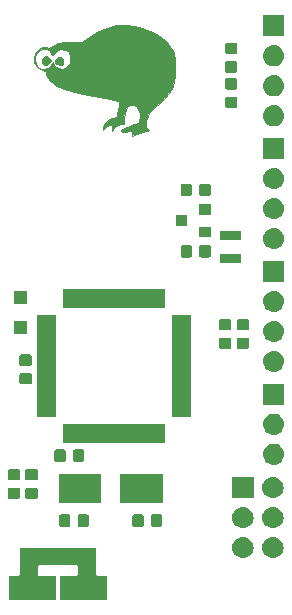
<source format=gbr>
G04 #@! TF.GenerationSoftware,KiCad,Pcbnew,(5.1.2)-2*
G04 #@! TF.CreationDate,2019-07-11T02:06:11+02:00*
G04 #@! TF.ProjectId,ATM32U4_backpack,41544d33-3255-4345-9f62-61636b706163,rev?*
G04 #@! TF.SameCoordinates,Original*
G04 #@! TF.FileFunction,Soldermask,Top*
G04 #@! TF.FilePolarity,Negative*
%FSLAX46Y46*%
G04 Gerber Fmt 4.6, Leading zero omitted, Abs format (unit mm)*
G04 Created by KiCad (PCBNEW (5.1.2)-2) date 2019-07-11 02:06:11*
%MOMM*%
%LPD*%
G04 APERTURE LIST*
%ADD10C,0.010000*%
%ADD11C,0.100000*%
G04 APERTURE END LIST*
D10*
G36*
X34906148Y-74035709D02*
G01*
X35057675Y-74185617D01*
X35095591Y-74286409D01*
X35090035Y-74524006D01*
X34969597Y-74683970D01*
X34780419Y-74741067D01*
X34568640Y-74670063D01*
X34499714Y-74612285D01*
X34387686Y-74468433D01*
X34394031Y-74335259D01*
X34520089Y-74151290D01*
X34709649Y-74020204D01*
X34906148Y-74035709D01*
X34906148Y-74035709D01*
G37*
X34906148Y-74035709D02*
X35057675Y-74185617D01*
X35095591Y-74286409D01*
X35090035Y-74524006D01*
X34969597Y-74683970D01*
X34780419Y-74741067D01*
X34568640Y-74670063D01*
X34499714Y-74612285D01*
X34387686Y-74468433D01*
X34394031Y-74335259D01*
X34520089Y-74151290D01*
X34709649Y-74020204D01*
X34906148Y-74035709D01*
G36*
X33781477Y-74046842D02*
G01*
X33932006Y-74190593D01*
X34022698Y-74344418D01*
X34028000Y-74379044D01*
X33964510Y-74506230D01*
X33821001Y-74647052D01*
X33667909Y-74737457D01*
X33625214Y-74745333D01*
X33495490Y-74690710D01*
X33399047Y-74612285D01*
X33291094Y-74456386D01*
X33266000Y-74364333D01*
X33331721Y-74200494D01*
X33480867Y-74049034D01*
X33639925Y-73983333D01*
X33781477Y-74046842D01*
X33781477Y-74046842D01*
G37*
X33781477Y-74046842D02*
X33932006Y-74190593D01*
X34022698Y-74344418D01*
X34028000Y-74379044D01*
X33964510Y-74506230D01*
X33821001Y-74647052D01*
X33667909Y-74737457D01*
X33625214Y-74745333D01*
X33495490Y-74690710D01*
X33399047Y-74612285D01*
X33291094Y-74456386D01*
X33266000Y-74364333D01*
X33331721Y-74200494D01*
X33480867Y-74049034D01*
X33639925Y-73983333D01*
X33781477Y-74046842D01*
G36*
X41487919Y-71512640D02*
G01*
X42433817Y-71825473D01*
X42717897Y-71950277D01*
X43361726Y-72313902D01*
X43863271Y-72747037D01*
X44241455Y-73267376D01*
X44349105Y-73475333D01*
X44442579Y-73687867D01*
X44505184Y-73883714D01*
X44542999Y-74105008D01*
X44562106Y-74393888D01*
X44568583Y-74792488D01*
X44569000Y-74999333D01*
X44556755Y-75590491D01*
X44509333Y-76075422D01*
X44410705Y-76485255D01*
X44244844Y-76851121D01*
X43995719Y-77204150D01*
X43647301Y-77575471D01*
X43183563Y-77996215D01*
X42902718Y-78235456D01*
X42624360Y-78501906D01*
X42383992Y-78788996D01*
X42249370Y-79003020D01*
X42123194Y-79351007D01*
X42076915Y-79680932D01*
X42112718Y-79946732D01*
X42198333Y-80079333D01*
X42314614Y-80217107D01*
X42270273Y-80302538D01*
X42066241Y-80334024D01*
X42050167Y-80334160D01*
X41817125Y-80370896D01*
X41517622Y-80464176D01*
X41330500Y-80541932D01*
X40886000Y-80748876D01*
X40886000Y-80529447D01*
X40877846Y-80405307D01*
X40825923Y-80346079D01*
X40689037Y-80337194D01*
X40425998Y-80364083D01*
X40420333Y-80364749D01*
X40114506Y-80382497D01*
X39961604Y-80350446D01*
X39955241Y-80276196D01*
X40089036Y-80167347D01*
X40356602Y-80031499D01*
X40751557Y-79876252D01*
X40863331Y-79837379D01*
X41521000Y-79613666D01*
X41546269Y-79082089D01*
X41553571Y-78781290D01*
X41527955Y-78588641D01*
X41451626Y-78443637D01*
X41314247Y-78293221D01*
X41046932Y-78102804D01*
X40799540Y-78070999D01*
X40584188Y-78187266D01*
X40412992Y-78441062D01*
X40298071Y-78821848D01*
X40254605Y-79215035D01*
X40233200Y-79698333D01*
X39908198Y-79751171D01*
X39562159Y-79885425D01*
X39388352Y-80047504D01*
X39193508Y-80291000D01*
X39193087Y-80010127D01*
X39179886Y-79822971D01*
X39118368Y-79764741D01*
X39002167Y-79787025D01*
X38797207Y-79887971D01*
X38621167Y-80019156D01*
X38430667Y-80193517D01*
X38430667Y-80015921D01*
X38507019Y-79766871D01*
X38708837Y-79525469D01*
X38995265Y-79331145D01*
X39232423Y-79242147D01*
X39414137Y-79193428D01*
X39535376Y-79134764D01*
X39615647Y-79032372D01*
X39674460Y-78852469D01*
X39731324Y-78561271D01*
X39775594Y-78301541D01*
X39812082Y-77986404D01*
X39792707Y-77811178D01*
X39771301Y-77784660D01*
X39665110Y-77754500D01*
X39419487Y-77701391D01*
X39061940Y-77630762D01*
X38619976Y-77548042D01*
X38121102Y-77458660D01*
X38106883Y-77456167D01*
X37164163Y-77281097D01*
X36372947Y-77111267D01*
X35715737Y-76941284D01*
X35175039Y-76765755D01*
X34733355Y-76579289D01*
X34373190Y-76376494D01*
X34197333Y-76251269D01*
X34001039Y-76055169D01*
X33812215Y-75796924D01*
X33667981Y-75535106D01*
X33605460Y-75328285D01*
X33605100Y-75316833D01*
X33543216Y-75198638D01*
X33384533Y-75168666D01*
X33153633Y-75095691D01*
X32886937Y-74890870D01*
X32865963Y-74870230D01*
X32690051Y-74679764D01*
X32608506Y-74521632D01*
X32595587Y-74330024D01*
X32702813Y-74330024D01*
X32803708Y-74633192D01*
X32989163Y-74872767D01*
X33230426Y-75026685D01*
X33498748Y-75072883D01*
X33765377Y-74989295D01*
X33892341Y-74888689D01*
X34047001Y-74714080D01*
X34142492Y-74571189D01*
X34197585Y-74491335D01*
X34252174Y-74571189D01*
X34429948Y-74821103D01*
X34681726Y-75007797D01*
X34943005Y-75083919D01*
X34950763Y-75084000D01*
X35256393Y-75012585D01*
X35488308Y-74823742D01*
X35639752Y-74555575D01*
X35703974Y-74246186D01*
X35674220Y-73933679D01*
X35543737Y-73656155D01*
X35305771Y-73451719D01*
X35245131Y-73423141D01*
X34923880Y-73357522D01*
X34634827Y-73450749D01*
X34366296Y-73701843D01*
X34224116Y-73844384D01*
X34142985Y-73848853D01*
X34136833Y-73836299D01*
X33962030Y-73569682D01*
X33690309Y-73382756D01*
X33556577Y-73341087D01*
X33286300Y-73366958D01*
X33021085Y-73517878D01*
X32810862Y-73755613D01*
X32715228Y-73985328D01*
X32702813Y-74330024D01*
X32595587Y-74330024D01*
X32594912Y-74320027D01*
X32609552Y-74134425D01*
X32660090Y-73832176D01*
X32763069Y-73622132D01*
X32917791Y-73459195D01*
X33147827Y-73312143D01*
X33408488Y-73228325D01*
X33645057Y-73217069D01*
X33802815Y-73287708D01*
X33816323Y-73305982D01*
X33906317Y-73307174D01*
X34081535Y-73211292D01*
X34210841Y-73115482D01*
X34357584Y-73001958D01*
X34489168Y-72923600D01*
X34641881Y-72872300D01*
X34852015Y-72839947D01*
X35155860Y-72818432D01*
X35589706Y-72799645D01*
X35631565Y-72798000D01*
X36710087Y-72755666D01*
X37168210Y-72405289D01*
X37957482Y-71900826D01*
X38790098Y-71558836D01*
X39660049Y-71379814D01*
X40561326Y-71364251D01*
X41487919Y-71512640D01*
X41487919Y-71512640D01*
G37*
X41487919Y-71512640D02*
X42433817Y-71825473D01*
X42717897Y-71950277D01*
X43361726Y-72313902D01*
X43863271Y-72747037D01*
X44241455Y-73267376D01*
X44349105Y-73475333D01*
X44442579Y-73687867D01*
X44505184Y-73883714D01*
X44542999Y-74105008D01*
X44562106Y-74393888D01*
X44568583Y-74792488D01*
X44569000Y-74999333D01*
X44556755Y-75590491D01*
X44509333Y-76075422D01*
X44410705Y-76485255D01*
X44244844Y-76851121D01*
X43995719Y-77204150D01*
X43647301Y-77575471D01*
X43183563Y-77996215D01*
X42902718Y-78235456D01*
X42624360Y-78501906D01*
X42383992Y-78788996D01*
X42249370Y-79003020D01*
X42123194Y-79351007D01*
X42076915Y-79680932D01*
X42112718Y-79946732D01*
X42198333Y-80079333D01*
X42314614Y-80217107D01*
X42270273Y-80302538D01*
X42066241Y-80334024D01*
X42050167Y-80334160D01*
X41817125Y-80370896D01*
X41517622Y-80464176D01*
X41330500Y-80541932D01*
X40886000Y-80748876D01*
X40886000Y-80529447D01*
X40877846Y-80405307D01*
X40825923Y-80346079D01*
X40689037Y-80337194D01*
X40425998Y-80364083D01*
X40420333Y-80364749D01*
X40114506Y-80382497D01*
X39961604Y-80350446D01*
X39955241Y-80276196D01*
X40089036Y-80167347D01*
X40356602Y-80031499D01*
X40751557Y-79876252D01*
X40863331Y-79837379D01*
X41521000Y-79613666D01*
X41546269Y-79082089D01*
X41553571Y-78781290D01*
X41527955Y-78588641D01*
X41451626Y-78443637D01*
X41314247Y-78293221D01*
X41046932Y-78102804D01*
X40799540Y-78070999D01*
X40584188Y-78187266D01*
X40412992Y-78441062D01*
X40298071Y-78821848D01*
X40254605Y-79215035D01*
X40233200Y-79698333D01*
X39908198Y-79751171D01*
X39562159Y-79885425D01*
X39388352Y-80047504D01*
X39193508Y-80291000D01*
X39193087Y-80010127D01*
X39179886Y-79822971D01*
X39118368Y-79764741D01*
X39002167Y-79787025D01*
X38797207Y-79887971D01*
X38621167Y-80019156D01*
X38430667Y-80193517D01*
X38430667Y-80015921D01*
X38507019Y-79766871D01*
X38708837Y-79525469D01*
X38995265Y-79331145D01*
X39232423Y-79242147D01*
X39414137Y-79193428D01*
X39535376Y-79134764D01*
X39615647Y-79032372D01*
X39674460Y-78852469D01*
X39731324Y-78561271D01*
X39775594Y-78301541D01*
X39812082Y-77986404D01*
X39792707Y-77811178D01*
X39771301Y-77784660D01*
X39665110Y-77754500D01*
X39419487Y-77701391D01*
X39061940Y-77630762D01*
X38619976Y-77548042D01*
X38121102Y-77458660D01*
X38106883Y-77456167D01*
X37164163Y-77281097D01*
X36372947Y-77111267D01*
X35715737Y-76941284D01*
X35175039Y-76765755D01*
X34733355Y-76579289D01*
X34373190Y-76376494D01*
X34197333Y-76251269D01*
X34001039Y-76055169D01*
X33812215Y-75796924D01*
X33667981Y-75535106D01*
X33605460Y-75328285D01*
X33605100Y-75316833D01*
X33543216Y-75198638D01*
X33384533Y-75168666D01*
X33153633Y-75095691D01*
X32886937Y-74890870D01*
X32865963Y-74870230D01*
X32690051Y-74679764D01*
X32608506Y-74521632D01*
X32595587Y-74330024D01*
X32702813Y-74330024D01*
X32803708Y-74633192D01*
X32989163Y-74872767D01*
X33230426Y-75026685D01*
X33498748Y-75072883D01*
X33765377Y-74989295D01*
X33892341Y-74888689D01*
X34047001Y-74714080D01*
X34142492Y-74571189D01*
X34197585Y-74491335D01*
X34252174Y-74571189D01*
X34429948Y-74821103D01*
X34681726Y-75007797D01*
X34943005Y-75083919D01*
X34950763Y-75084000D01*
X35256393Y-75012585D01*
X35488308Y-74823742D01*
X35639752Y-74555575D01*
X35703974Y-74246186D01*
X35674220Y-73933679D01*
X35543737Y-73656155D01*
X35305771Y-73451719D01*
X35245131Y-73423141D01*
X34923880Y-73357522D01*
X34634827Y-73450749D01*
X34366296Y-73701843D01*
X34224116Y-73844384D01*
X34142985Y-73848853D01*
X34136833Y-73836299D01*
X33962030Y-73569682D01*
X33690309Y-73382756D01*
X33556577Y-73341087D01*
X33286300Y-73366958D01*
X33021085Y-73517878D01*
X32810862Y-73755613D01*
X32715228Y-73985328D01*
X32702813Y-74330024D01*
X32595587Y-74330024D01*
X32594912Y-74320027D01*
X32609552Y-74134425D01*
X32660090Y-73832176D01*
X32763069Y-73622132D01*
X32917791Y-73459195D01*
X33147827Y-73312143D01*
X33408488Y-73228325D01*
X33645057Y-73217069D01*
X33802815Y-73287708D01*
X33816323Y-73305982D01*
X33906317Y-73307174D01*
X34081535Y-73211292D01*
X34210841Y-73115482D01*
X34357584Y-73001958D01*
X34489168Y-72923600D01*
X34641881Y-72872300D01*
X34852015Y-72839947D01*
X35155860Y-72818432D01*
X35589706Y-72799645D01*
X35631565Y-72798000D01*
X36710087Y-72755666D01*
X37168210Y-72405289D01*
X37957482Y-71900826D01*
X38790098Y-71558836D01*
X39660049Y-71379814D01*
X40561326Y-71364251D01*
X41487919Y-71512640D01*
D11*
G36*
X37891000Y-117874001D02*
G01*
X37893402Y-117898387D01*
X37900515Y-117921836D01*
X37912066Y-117943447D01*
X37927611Y-117962389D01*
X37946553Y-117977934D01*
X37968164Y-117989485D01*
X37991613Y-117996598D01*
X38015999Y-117999000D01*
X38788500Y-117999000D01*
X38788500Y-120001000D01*
X34841500Y-120001000D01*
X34841500Y-117999000D01*
X36189001Y-117999000D01*
X36213387Y-117996598D01*
X36236836Y-117989485D01*
X36258447Y-117977934D01*
X36277389Y-117962389D01*
X36292934Y-117943447D01*
X36304485Y-117921836D01*
X36311598Y-117898387D01*
X36314000Y-117874001D01*
X36314000Y-117205999D01*
X36311598Y-117181613D01*
X36304485Y-117158164D01*
X36292934Y-117136553D01*
X36277389Y-117117611D01*
X36258447Y-117102066D01*
X36236836Y-117090515D01*
X36213387Y-117083402D01*
X36189001Y-117081000D01*
X33090999Y-117081000D01*
X33066613Y-117083402D01*
X33043164Y-117090515D01*
X33021553Y-117102066D01*
X33002611Y-117117611D01*
X32987066Y-117136553D01*
X32975515Y-117158164D01*
X32968402Y-117181613D01*
X32966000Y-117205999D01*
X32966000Y-117874001D01*
X32968402Y-117898387D01*
X32975515Y-117921836D01*
X32987066Y-117943447D01*
X33002611Y-117962389D01*
X33021553Y-117977934D01*
X33043164Y-117989485D01*
X33066613Y-117996598D01*
X33090999Y-117999000D01*
X34438500Y-117999000D01*
X34438500Y-120001000D01*
X30491500Y-120001000D01*
X30491500Y-117999000D01*
X31264001Y-117999000D01*
X31288387Y-117996598D01*
X31311836Y-117989485D01*
X31333447Y-117977934D01*
X31352389Y-117962389D01*
X31367934Y-117943447D01*
X31379485Y-117921836D01*
X31386598Y-117898387D01*
X31389000Y-117874001D01*
X31389000Y-115599000D01*
X37891000Y-115599000D01*
X37891000Y-117874001D01*
X37891000Y-117874001D01*
G37*
G36*
X50410442Y-114685518D02*
G01*
X50476627Y-114692037D01*
X50646466Y-114743557D01*
X50802991Y-114827222D01*
X50838729Y-114856552D01*
X50940186Y-114939814D01*
X51023448Y-115041271D01*
X51052778Y-115077009D01*
X51136443Y-115233534D01*
X51187963Y-115403373D01*
X51205359Y-115580000D01*
X51187963Y-115756627D01*
X51136443Y-115926466D01*
X51052778Y-116082991D01*
X51023448Y-116118729D01*
X50940186Y-116220186D01*
X50838729Y-116303448D01*
X50802991Y-116332778D01*
X50646466Y-116416443D01*
X50476627Y-116467963D01*
X50410442Y-116474482D01*
X50344260Y-116481000D01*
X50255740Y-116481000D01*
X50189558Y-116474482D01*
X50123373Y-116467963D01*
X49953534Y-116416443D01*
X49797009Y-116332778D01*
X49761271Y-116303448D01*
X49659814Y-116220186D01*
X49576552Y-116118729D01*
X49547222Y-116082991D01*
X49463557Y-115926466D01*
X49412037Y-115756627D01*
X49394641Y-115580000D01*
X49412037Y-115403373D01*
X49463557Y-115233534D01*
X49547222Y-115077009D01*
X49576552Y-115041271D01*
X49659814Y-114939814D01*
X49761271Y-114856552D01*
X49797009Y-114827222D01*
X49953534Y-114743557D01*
X50123373Y-114692037D01*
X50189558Y-114685518D01*
X50255740Y-114679000D01*
X50344260Y-114679000D01*
X50410442Y-114685518D01*
X50410442Y-114685518D01*
G37*
G36*
X52950442Y-114685518D02*
G01*
X53016627Y-114692037D01*
X53186466Y-114743557D01*
X53342991Y-114827222D01*
X53378729Y-114856552D01*
X53480186Y-114939814D01*
X53563448Y-115041271D01*
X53592778Y-115077009D01*
X53676443Y-115233534D01*
X53727963Y-115403373D01*
X53745359Y-115580000D01*
X53727963Y-115756627D01*
X53676443Y-115926466D01*
X53592778Y-116082991D01*
X53563448Y-116118729D01*
X53480186Y-116220186D01*
X53378729Y-116303448D01*
X53342991Y-116332778D01*
X53186466Y-116416443D01*
X53016627Y-116467963D01*
X52950442Y-116474482D01*
X52884260Y-116481000D01*
X52795740Y-116481000D01*
X52729558Y-116474482D01*
X52663373Y-116467963D01*
X52493534Y-116416443D01*
X52337009Y-116332778D01*
X52301271Y-116303448D01*
X52199814Y-116220186D01*
X52116552Y-116118729D01*
X52087222Y-116082991D01*
X52003557Y-115926466D01*
X51952037Y-115756627D01*
X51934641Y-115580000D01*
X51952037Y-115403373D01*
X52003557Y-115233534D01*
X52087222Y-115077009D01*
X52116552Y-115041271D01*
X52199814Y-114939814D01*
X52301271Y-114856552D01*
X52337009Y-114827222D01*
X52493534Y-114743557D01*
X52663373Y-114692037D01*
X52729558Y-114685518D01*
X52795740Y-114679000D01*
X52884260Y-114679000D01*
X52950442Y-114685518D01*
X52950442Y-114685518D01*
G37*
G36*
X50410443Y-112145519D02*
G01*
X50476627Y-112152037D01*
X50646466Y-112203557D01*
X50802991Y-112287222D01*
X50838729Y-112316552D01*
X50940186Y-112399814D01*
X51023448Y-112501271D01*
X51052778Y-112537009D01*
X51136443Y-112693534D01*
X51187963Y-112863373D01*
X51205359Y-113040000D01*
X51187963Y-113216627D01*
X51136443Y-113386466D01*
X51052778Y-113542991D01*
X51023448Y-113578729D01*
X50940186Y-113680186D01*
X50849680Y-113754461D01*
X50802991Y-113792778D01*
X50646466Y-113876443D01*
X50476627Y-113927963D01*
X50410442Y-113934482D01*
X50344260Y-113941000D01*
X50255740Y-113941000D01*
X50189558Y-113934482D01*
X50123373Y-113927963D01*
X49953534Y-113876443D01*
X49797009Y-113792778D01*
X49750320Y-113754461D01*
X49659814Y-113680186D01*
X49576552Y-113578729D01*
X49547222Y-113542991D01*
X49463557Y-113386466D01*
X49412037Y-113216627D01*
X49394641Y-113040000D01*
X49412037Y-112863373D01*
X49463557Y-112693534D01*
X49547222Y-112537009D01*
X49576552Y-112501271D01*
X49659814Y-112399814D01*
X49761271Y-112316552D01*
X49797009Y-112287222D01*
X49953534Y-112203557D01*
X50123373Y-112152037D01*
X50189557Y-112145519D01*
X50255740Y-112139000D01*
X50344260Y-112139000D01*
X50410443Y-112145519D01*
X50410443Y-112145519D01*
G37*
G36*
X52950443Y-112145519D02*
G01*
X53016627Y-112152037D01*
X53186466Y-112203557D01*
X53342991Y-112287222D01*
X53378729Y-112316552D01*
X53480186Y-112399814D01*
X53563448Y-112501271D01*
X53592778Y-112537009D01*
X53676443Y-112693534D01*
X53727963Y-112863373D01*
X53745359Y-113040000D01*
X53727963Y-113216627D01*
X53676443Y-113386466D01*
X53592778Y-113542991D01*
X53563448Y-113578729D01*
X53480186Y-113680186D01*
X53389680Y-113754461D01*
X53342991Y-113792778D01*
X53186466Y-113876443D01*
X53016627Y-113927963D01*
X52950442Y-113934482D01*
X52884260Y-113941000D01*
X52795740Y-113941000D01*
X52729558Y-113934482D01*
X52663373Y-113927963D01*
X52493534Y-113876443D01*
X52337009Y-113792778D01*
X52290320Y-113754461D01*
X52199814Y-113680186D01*
X52116552Y-113578729D01*
X52087222Y-113542991D01*
X52003557Y-113386466D01*
X51952037Y-113216627D01*
X51934641Y-113040000D01*
X51952037Y-112863373D01*
X52003557Y-112693534D01*
X52087222Y-112537009D01*
X52116552Y-112501271D01*
X52199814Y-112399814D01*
X52301271Y-112316552D01*
X52337009Y-112287222D01*
X52493534Y-112203557D01*
X52663373Y-112152037D01*
X52729557Y-112145519D01*
X52795740Y-112139000D01*
X52884260Y-112139000D01*
X52950443Y-112145519D01*
X52950443Y-112145519D01*
G37*
G36*
X37129591Y-112778085D02*
G01*
X37163569Y-112788393D01*
X37194890Y-112805134D01*
X37222339Y-112827661D01*
X37244866Y-112855110D01*
X37261607Y-112886431D01*
X37271915Y-112920409D01*
X37276000Y-112961890D01*
X37276000Y-113638110D01*
X37271915Y-113679591D01*
X37261607Y-113713569D01*
X37244866Y-113744890D01*
X37222339Y-113772339D01*
X37194890Y-113794866D01*
X37163569Y-113811607D01*
X37129591Y-113821915D01*
X37088110Y-113826000D01*
X36486890Y-113826000D01*
X36445409Y-113821915D01*
X36411431Y-113811607D01*
X36380110Y-113794866D01*
X36352661Y-113772339D01*
X36330134Y-113744890D01*
X36313393Y-113713569D01*
X36303085Y-113679591D01*
X36299000Y-113638110D01*
X36299000Y-112961890D01*
X36303085Y-112920409D01*
X36313393Y-112886431D01*
X36330134Y-112855110D01*
X36352661Y-112827661D01*
X36380110Y-112805134D01*
X36411431Y-112788393D01*
X36445409Y-112778085D01*
X36486890Y-112774000D01*
X37088110Y-112774000D01*
X37129591Y-112778085D01*
X37129591Y-112778085D01*
G37*
G36*
X35554591Y-112778085D02*
G01*
X35588569Y-112788393D01*
X35619890Y-112805134D01*
X35647339Y-112827661D01*
X35669866Y-112855110D01*
X35686607Y-112886431D01*
X35696915Y-112920409D01*
X35701000Y-112961890D01*
X35701000Y-113638110D01*
X35696915Y-113679591D01*
X35686607Y-113713569D01*
X35669866Y-113744890D01*
X35647339Y-113772339D01*
X35619890Y-113794866D01*
X35588569Y-113811607D01*
X35554591Y-113821915D01*
X35513110Y-113826000D01*
X34911890Y-113826000D01*
X34870409Y-113821915D01*
X34836431Y-113811607D01*
X34805110Y-113794866D01*
X34777661Y-113772339D01*
X34755134Y-113744890D01*
X34738393Y-113713569D01*
X34728085Y-113679591D01*
X34724000Y-113638110D01*
X34724000Y-112961890D01*
X34728085Y-112920409D01*
X34738393Y-112886431D01*
X34755134Y-112855110D01*
X34777661Y-112827661D01*
X34805110Y-112805134D01*
X34836431Y-112788393D01*
X34870409Y-112778085D01*
X34911890Y-112774000D01*
X35513110Y-112774000D01*
X35554591Y-112778085D01*
X35554591Y-112778085D01*
G37*
G36*
X41754591Y-112778085D02*
G01*
X41788569Y-112788393D01*
X41819890Y-112805134D01*
X41847339Y-112827661D01*
X41869866Y-112855110D01*
X41886607Y-112886431D01*
X41896915Y-112920409D01*
X41901000Y-112961890D01*
X41901000Y-113638110D01*
X41896915Y-113679591D01*
X41886607Y-113713569D01*
X41869866Y-113744890D01*
X41847339Y-113772339D01*
X41819890Y-113794866D01*
X41788569Y-113811607D01*
X41754591Y-113821915D01*
X41713110Y-113826000D01*
X41111890Y-113826000D01*
X41070409Y-113821915D01*
X41036431Y-113811607D01*
X41005110Y-113794866D01*
X40977661Y-113772339D01*
X40955134Y-113744890D01*
X40938393Y-113713569D01*
X40928085Y-113679591D01*
X40924000Y-113638110D01*
X40924000Y-112961890D01*
X40928085Y-112920409D01*
X40938393Y-112886431D01*
X40955134Y-112855110D01*
X40977661Y-112827661D01*
X41005110Y-112805134D01*
X41036431Y-112788393D01*
X41070409Y-112778085D01*
X41111890Y-112774000D01*
X41713110Y-112774000D01*
X41754591Y-112778085D01*
X41754591Y-112778085D01*
G37*
G36*
X43329591Y-112778085D02*
G01*
X43363569Y-112788393D01*
X43394890Y-112805134D01*
X43422339Y-112827661D01*
X43444866Y-112855110D01*
X43461607Y-112886431D01*
X43471915Y-112920409D01*
X43476000Y-112961890D01*
X43476000Y-113638110D01*
X43471915Y-113679591D01*
X43461607Y-113713569D01*
X43444866Y-113744890D01*
X43422339Y-113772339D01*
X43394890Y-113794866D01*
X43363569Y-113811607D01*
X43329591Y-113821915D01*
X43288110Y-113826000D01*
X42686890Y-113826000D01*
X42645409Y-113821915D01*
X42611431Y-113811607D01*
X42580110Y-113794866D01*
X42552661Y-113772339D01*
X42530134Y-113744890D01*
X42513393Y-113713569D01*
X42503085Y-113679591D01*
X42499000Y-113638110D01*
X42499000Y-112961890D01*
X42503085Y-112920409D01*
X42513393Y-112886431D01*
X42530134Y-112855110D01*
X42552661Y-112827661D01*
X42580110Y-112805134D01*
X42611431Y-112788393D01*
X42645409Y-112778085D01*
X42686890Y-112774000D01*
X43288110Y-112774000D01*
X43329591Y-112778085D01*
X43329591Y-112778085D01*
G37*
G36*
X43501000Y-111851000D02*
G01*
X39899000Y-111851000D01*
X39899000Y-109349000D01*
X43501000Y-109349000D01*
X43501000Y-111851000D01*
X43501000Y-111851000D01*
G37*
G36*
X38301000Y-111851000D02*
G01*
X34699000Y-111851000D01*
X34699000Y-109349000D01*
X38301000Y-109349000D01*
X38301000Y-111851000D01*
X38301000Y-111851000D01*
G37*
G36*
X32779591Y-110503085D02*
G01*
X32813569Y-110513393D01*
X32844890Y-110530134D01*
X32872339Y-110552661D01*
X32894866Y-110580110D01*
X32911607Y-110611431D01*
X32921915Y-110645409D01*
X32926000Y-110686890D01*
X32926000Y-111288110D01*
X32921915Y-111329591D01*
X32911607Y-111363569D01*
X32894866Y-111394890D01*
X32872339Y-111422339D01*
X32844890Y-111444866D01*
X32813569Y-111461607D01*
X32779591Y-111471915D01*
X32738110Y-111476000D01*
X32061890Y-111476000D01*
X32020409Y-111471915D01*
X31986431Y-111461607D01*
X31955110Y-111444866D01*
X31927661Y-111422339D01*
X31905134Y-111394890D01*
X31888393Y-111363569D01*
X31878085Y-111329591D01*
X31874000Y-111288110D01*
X31874000Y-110686890D01*
X31878085Y-110645409D01*
X31888393Y-110611431D01*
X31905134Y-110580110D01*
X31927661Y-110552661D01*
X31955110Y-110530134D01*
X31986431Y-110513393D01*
X32020409Y-110503085D01*
X32061890Y-110499000D01*
X32738110Y-110499000D01*
X32779591Y-110503085D01*
X32779591Y-110503085D01*
G37*
G36*
X31279591Y-110503085D02*
G01*
X31313569Y-110513393D01*
X31344890Y-110530134D01*
X31372339Y-110552661D01*
X31394866Y-110580110D01*
X31411607Y-110611431D01*
X31421915Y-110645409D01*
X31426000Y-110686890D01*
X31426000Y-111288110D01*
X31421915Y-111329591D01*
X31411607Y-111363569D01*
X31394866Y-111394890D01*
X31372339Y-111422339D01*
X31344890Y-111444866D01*
X31313569Y-111461607D01*
X31279591Y-111471915D01*
X31238110Y-111476000D01*
X30561890Y-111476000D01*
X30520409Y-111471915D01*
X30486431Y-111461607D01*
X30455110Y-111444866D01*
X30427661Y-111422339D01*
X30405134Y-111394890D01*
X30388393Y-111363569D01*
X30378085Y-111329591D01*
X30374000Y-111288110D01*
X30374000Y-110686890D01*
X30378085Y-110645409D01*
X30388393Y-110611431D01*
X30405134Y-110580110D01*
X30427661Y-110552661D01*
X30455110Y-110530134D01*
X30486431Y-110513393D01*
X30520409Y-110503085D01*
X30561890Y-110499000D01*
X31238110Y-110499000D01*
X31279591Y-110503085D01*
X31279591Y-110503085D01*
G37*
G36*
X51201000Y-111401000D02*
G01*
X49399000Y-111401000D01*
X49399000Y-109599000D01*
X51201000Y-109599000D01*
X51201000Y-111401000D01*
X51201000Y-111401000D01*
G37*
G36*
X52950442Y-109605518D02*
G01*
X53016627Y-109612037D01*
X53186466Y-109663557D01*
X53342991Y-109747222D01*
X53351970Y-109754591D01*
X53480186Y-109859814D01*
X53563448Y-109961271D01*
X53592778Y-109997009D01*
X53676443Y-110153534D01*
X53727963Y-110323373D01*
X53745359Y-110500000D01*
X53727963Y-110676627D01*
X53676443Y-110846466D01*
X53592778Y-111002991D01*
X53563448Y-111038729D01*
X53480186Y-111140186D01*
X53378729Y-111223448D01*
X53342991Y-111252778D01*
X53186466Y-111336443D01*
X53016627Y-111387963D01*
X52950443Y-111394481D01*
X52884260Y-111401000D01*
X52795740Y-111401000D01*
X52729557Y-111394481D01*
X52663373Y-111387963D01*
X52493534Y-111336443D01*
X52337009Y-111252778D01*
X52301271Y-111223448D01*
X52199814Y-111140186D01*
X52116552Y-111038729D01*
X52087222Y-111002991D01*
X52003557Y-110846466D01*
X51952037Y-110676627D01*
X51934641Y-110500000D01*
X51952037Y-110323373D01*
X52003557Y-110153534D01*
X52087222Y-109997009D01*
X52116552Y-109961271D01*
X52199814Y-109859814D01*
X52328030Y-109754591D01*
X52337009Y-109747222D01*
X52493534Y-109663557D01*
X52663373Y-109612037D01*
X52729558Y-109605518D01*
X52795740Y-109599000D01*
X52884260Y-109599000D01*
X52950442Y-109605518D01*
X52950442Y-109605518D01*
G37*
G36*
X32779591Y-108928085D02*
G01*
X32813569Y-108938393D01*
X32844890Y-108955134D01*
X32872339Y-108977661D01*
X32894866Y-109005110D01*
X32911607Y-109036431D01*
X32921915Y-109070409D01*
X32926000Y-109111890D01*
X32926000Y-109713110D01*
X32921915Y-109754591D01*
X32911607Y-109788569D01*
X32894866Y-109819890D01*
X32872339Y-109847339D01*
X32844890Y-109869866D01*
X32813569Y-109886607D01*
X32779591Y-109896915D01*
X32738110Y-109901000D01*
X32061890Y-109901000D01*
X32020409Y-109896915D01*
X31986431Y-109886607D01*
X31955110Y-109869866D01*
X31927661Y-109847339D01*
X31905134Y-109819890D01*
X31888393Y-109788569D01*
X31878085Y-109754591D01*
X31874000Y-109713110D01*
X31874000Y-109111890D01*
X31878085Y-109070409D01*
X31888393Y-109036431D01*
X31905134Y-109005110D01*
X31927661Y-108977661D01*
X31955110Y-108955134D01*
X31986431Y-108938393D01*
X32020409Y-108928085D01*
X32061890Y-108924000D01*
X32738110Y-108924000D01*
X32779591Y-108928085D01*
X32779591Y-108928085D01*
G37*
G36*
X31279591Y-108928085D02*
G01*
X31313569Y-108938393D01*
X31344890Y-108955134D01*
X31372339Y-108977661D01*
X31394866Y-109005110D01*
X31411607Y-109036431D01*
X31421915Y-109070409D01*
X31426000Y-109111890D01*
X31426000Y-109713110D01*
X31421915Y-109754591D01*
X31411607Y-109788569D01*
X31394866Y-109819890D01*
X31372339Y-109847339D01*
X31344890Y-109869866D01*
X31313569Y-109886607D01*
X31279591Y-109896915D01*
X31238110Y-109901000D01*
X30561890Y-109901000D01*
X30520409Y-109896915D01*
X30486431Y-109886607D01*
X30455110Y-109869866D01*
X30427661Y-109847339D01*
X30405134Y-109819890D01*
X30388393Y-109788569D01*
X30378085Y-109754591D01*
X30374000Y-109713110D01*
X30374000Y-109111890D01*
X30378085Y-109070409D01*
X30388393Y-109036431D01*
X30405134Y-109005110D01*
X30427661Y-108977661D01*
X30455110Y-108955134D01*
X30486431Y-108938393D01*
X30520409Y-108928085D01*
X30561890Y-108924000D01*
X31238110Y-108924000D01*
X31279591Y-108928085D01*
X31279591Y-108928085D01*
G37*
G36*
X53010443Y-106785519D02*
G01*
X53076627Y-106792037D01*
X53246466Y-106843557D01*
X53402991Y-106927222D01*
X53438729Y-106956552D01*
X53540186Y-107039814D01*
X53623448Y-107141271D01*
X53652778Y-107177009D01*
X53736443Y-107333534D01*
X53787963Y-107503373D01*
X53805359Y-107680000D01*
X53787963Y-107856627D01*
X53736443Y-108026466D01*
X53652778Y-108182991D01*
X53627683Y-108213569D01*
X53540186Y-108320186D01*
X53438729Y-108403448D01*
X53402991Y-108432778D01*
X53246466Y-108516443D01*
X53076627Y-108567963D01*
X53010442Y-108574482D01*
X52944260Y-108581000D01*
X52855740Y-108581000D01*
X52789558Y-108574482D01*
X52723373Y-108567963D01*
X52553534Y-108516443D01*
X52397009Y-108432778D01*
X52361271Y-108403448D01*
X52259814Y-108320186D01*
X52172317Y-108213569D01*
X52147222Y-108182991D01*
X52063557Y-108026466D01*
X52012037Y-107856627D01*
X51994641Y-107680000D01*
X52012037Y-107503373D01*
X52063557Y-107333534D01*
X52147222Y-107177009D01*
X52176552Y-107141271D01*
X52259814Y-107039814D01*
X52361271Y-106956552D01*
X52397009Y-106927222D01*
X52553534Y-106843557D01*
X52723373Y-106792037D01*
X52789557Y-106785519D01*
X52855740Y-106779000D01*
X52944260Y-106779000D01*
X53010443Y-106785519D01*
X53010443Y-106785519D01*
G37*
G36*
X35154591Y-107278085D02*
G01*
X35188569Y-107288393D01*
X35219890Y-107305134D01*
X35247339Y-107327661D01*
X35269866Y-107355110D01*
X35286607Y-107386431D01*
X35296915Y-107420409D01*
X35301000Y-107461890D01*
X35301000Y-108138110D01*
X35296915Y-108179591D01*
X35286607Y-108213569D01*
X35269866Y-108244890D01*
X35247339Y-108272339D01*
X35219890Y-108294866D01*
X35188569Y-108311607D01*
X35154591Y-108321915D01*
X35113110Y-108326000D01*
X34511890Y-108326000D01*
X34470409Y-108321915D01*
X34436431Y-108311607D01*
X34405110Y-108294866D01*
X34377661Y-108272339D01*
X34355134Y-108244890D01*
X34338393Y-108213569D01*
X34328085Y-108179591D01*
X34324000Y-108138110D01*
X34324000Y-107461890D01*
X34328085Y-107420409D01*
X34338393Y-107386431D01*
X34355134Y-107355110D01*
X34377661Y-107327661D01*
X34405110Y-107305134D01*
X34436431Y-107288393D01*
X34470409Y-107278085D01*
X34511890Y-107274000D01*
X35113110Y-107274000D01*
X35154591Y-107278085D01*
X35154591Y-107278085D01*
G37*
G36*
X36729591Y-107278085D02*
G01*
X36763569Y-107288393D01*
X36794890Y-107305134D01*
X36822339Y-107327661D01*
X36844866Y-107355110D01*
X36861607Y-107386431D01*
X36871915Y-107420409D01*
X36876000Y-107461890D01*
X36876000Y-108138110D01*
X36871915Y-108179591D01*
X36861607Y-108213569D01*
X36844866Y-108244890D01*
X36822339Y-108272339D01*
X36794890Y-108294866D01*
X36763569Y-108311607D01*
X36729591Y-108321915D01*
X36688110Y-108326000D01*
X36086890Y-108326000D01*
X36045409Y-108321915D01*
X36011431Y-108311607D01*
X35980110Y-108294866D01*
X35952661Y-108272339D01*
X35930134Y-108244890D01*
X35913393Y-108213569D01*
X35903085Y-108179591D01*
X35899000Y-108138110D01*
X35899000Y-107461890D01*
X35903085Y-107420409D01*
X35913393Y-107386431D01*
X35930134Y-107355110D01*
X35952661Y-107327661D01*
X35980110Y-107305134D01*
X36011431Y-107288393D01*
X36045409Y-107278085D01*
X36086890Y-107274000D01*
X36688110Y-107274000D01*
X36729591Y-107278085D01*
X36729591Y-107278085D01*
G37*
G36*
X43726000Y-106701000D02*
G01*
X35074000Y-106701000D01*
X35074000Y-105099000D01*
X43726000Y-105099000D01*
X43726000Y-106701000D01*
X43726000Y-106701000D01*
G37*
G36*
X53010443Y-104245519D02*
G01*
X53076627Y-104252037D01*
X53246466Y-104303557D01*
X53402991Y-104387222D01*
X53438729Y-104416552D01*
X53540186Y-104499814D01*
X53623448Y-104601271D01*
X53652778Y-104637009D01*
X53736443Y-104793534D01*
X53787963Y-104963373D01*
X53805359Y-105140000D01*
X53787963Y-105316627D01*
X53736443Y-105486466D01*
X53652778Y-105642991D01*
X53623448Y-105678729D01*
X53540186Y-105780186D01*
X53438729Y-105863448D01*
X53402991Y-105892778D01*
X53246466Y-105976443D01*
X53076627Y-106027963D01*
X53010443Y-106034481D01*
X52944260Y-106041000D01*
X52855740Y-106041000D01*
X52789557Y-106034481D01*
X52723373Y-106027963D01*
X52553534Y-105976443D01*
X52397009Y-105892778D01*
X52361271Y-105863448D01*
X52259814Y-105780186D01*
X52176552Y-105678729D01*
X52147222Y-105642991D01*
X52063557Y-105486466D01*
X52012037Y-105316627D01*
X51994641Y-105140000D01*
X52012037Y-104963373D01*
X52063557Y-104793534D01*
X52147222Y-104637009D01*
X52176552Y-104601271D01*
X52259814Y-104499814D01*
X52361271Y-104416552D01*
X52397009Y-104387222D01*
X52553534Y-104303557D01*
X52723373Y-104252037D01*
X52789558Y-104245518D01*
X52855740Y-104239000D01*
X52944260Y-104239000D01*
X53010443Y-104245519D01*
X53010443Y-104245519D01*
G37*
G36*
X34501000Y-104526000D02*
G01*
X32899000Y-104526000D01*
X32899000Y-95874000D01*
X34501000Y-95874000D01*
X34501000Y-104526000D01*
X34501000Y-104526000D01*
G37*
G36*
X45901000Y-104526000D02*
G01*
X44299000Y-104526000D01*
X44299000Y-95874000D01*
X45901000Y-95874000D01*
X45901000Y-104526000D01*
X45901000Y-104526000D01*
G37*
G36*
X53801000Y-103501000D02*
G01*
X51999000Y-103501000D01*
X51999000Y-101699000D01*
X53801000Y-101699000D01*
X53801000Y-103501000D01*
X53801000Y-103501000D01*
G37*
G36*
X32279591Y-100803085D02*
G01*
X32313569Y-100813393D01*
X32344890Y-100830134D01*
X32372339Y-100852661D01*
X32394866Y-100880110D01*
X32411607Y-100911431D01*
X32421915Y-100945409D01*
X32426000Y-100986890D01*
X32426000Y-101588110D01*
X32421915Y-101629591D01*
X32411607Y-101663569D01*
X32394866Y-101694890D01*
X32372339Y-101722339D01*
X32344890Y-101744866D01*
X32313569Y-101761607D01*
X32279591Y-101771915D01*
X32238110Y-101776000D01*
X31561890Y-101776000D01*
X31520409Y-101771915D01*
X31486431Y-101761607D01*
X31455110Y-101744866D01*
X31427661Y-101722339D01*
X31405134Y-101694890D01*
X31388393Y-101663569D01*
X31378085Y-101629591D01*
X31374000Y-101588110D01*
X31374000Y-100986890D01*
X31378085Y-100945409D01*
X31388393Y-100911431D01*
X31405134Y-100880110D01*
X31427661Y-100852661D01*
X31455110Y-100830134D01*
X31486431Y-100813393D01*
X31520409Y-100803085D01*
X31561890Y-100799000D01*
X32238110Y-100799000D01*
X32279591Y-100803085D01*
X32279591Y-100803085D01*
G37*
G36*
X53010443Y-98925519D02*
G01*
X53076627Y-98932037D01*
X53246466Y-98983557D01*
X53402991Y-99067222D01*
X53438729Y-99096552D01*
X53540186Y-99179814D01*
X53610230Y-99265164D01*
X53652778Y-99317009D01*
X53736443Y-99473534D01*
X53787963Y-99643373D01*
X53805359Y-99820000D01*
X53787963Y-99996627D01*
X53736443Y-100166466D01*
X53652778Y-100322991D01*
X53623448Y-100358729D01*
X53540186Y-100460186D01*
X53459990Y-100526000D01*
X53402991Y-100572778D01*
X53246466Y-100656443D01*
X53076627Y-100707963D01*
X53010443Y-100714481D01*
X52944260Y-100721000D01*
X52855740Y-100721000D01*
X52789558Y-100714482D01*
X52723373Y-100707963D01*
X52553534Y-100656443D01*
X52397009Y-100572778D01*
X52340010Y-100526000D01*
X52259814Y-100460186D01*
X52176552Y-100358729D01*
X52147222Y-100322991D01*
X52063557Y-100166466D01*
X52012037Y-99996627D01*
X51994641Y-99820000D01*
X52012037Y-99643373D01*
X52063557Y-99473534D01*
X52147222Y-99317009D01*
X52189770Y-99265164D01*
X52259814Y-99179814D01*
X52361271Y-99096552D01*
X52397009Y-99067222D01*
X52553534Y-98983557D01*
X52723373Y-98932037D01*
X52789557Y-98925519D01*
X52855740Y-98919000D01*
X52944260Y-98919000D01*
X53010443Y-98925519D01*
X53010443Y-98925519D01*
G37*
G36*
X32279591Y-99228085D02*
G01*
X32313569Y-99238393D01*
X32344890Y-99255134D01*
X32372339Y-99277661D01*
X32394866Y-99305110D01*
X32411607Y-99336431D01*
X32421915Y-99370409D01*
X32426000Y-99411890D01*
X32426000Y-100013110D01*
X32421915Y-100054591D01*
X32411607Y-100088569D01*
X32394866Y-100119890D01*
X32372339Y-100147339D01*
X32344890Y-100169866D01*
X32313569Y-100186607D01*
X32279591Y-100196915D01*
X32238110Y-100201000D01*
X31561890Y-100201000D01*
X31520409Y-100196915D01*
X31486431Y-100186607D01*
X31455110Y-100169866D01*
X31427661Y-100147339D01*
X31405134Y-100119890D01*
X31388393Y-100088569D01*
X31378085Y-100054591D01*
X31374000Y-100013110D01*
X31374000Y-99411890D01*
X31378085Y-99370409D01*
X31388393Y-99336431D01*
X31405134Y-99305110D01*
X31427661Y-99277661D01*
X31455110Y-99255134D01*
X31486431Y-99238393D01*
X31520409Y-99228085D01*
X31561890Y-99224000D01*
X32238110Y-99224000D01*
X32279591Y-99228085D01*
X32279591Y-99228085D01*
G37*
G36*
X50679591Y-97803085D02*
G01*
X50713569Y-97813393D01*
X50744890Y-97830134D01*
X50772339Y-97852661D01*
X50794866Y-97880110D01*
X50811607Y-97911431D01*
X50821915Y-97945409D01*
X50826000Y-97986890D01*
X50826000Y-98588110D01*
X50821915Y-98629591D01*
X50811607Y-98663569D01*
X50794866Y-98694890D01*
X50772339Y-98722339D01*
X50744890Y-98744866D01*
X50713569Y-98761607D01*
X50679591Y-98771915D01*
X50638110Y-98776000D01*
X49961890Y-98776000D01*
X49920409Y-98771915D01*
X49886431Y-98761607D01*
X49855110Y-98744866D01*
X49827661Y-98722339D01*
X49805134Y-98694890D01*
X49788393Y-98663569D01*
X49778085Y-98629591D01*
X49774000Y-98588110D01*
X49774000Y-97986890D01*
X49778085Y-97945409D01*
X49788393Y-97911431D01*
X49805134Y-97880110D01*
X49827661Y-97852661D01*
X49855110Y-97830134D01*
X49886431Y-97813393D01*
X49920409Y-97803085D01*
X49961890Y-97799000D01*
X50638110Y-97799000D01*
X50679591Y-97803085D01*
X50679591Y-97803085D01*
G37*
G36*
X49179591Y-97803085D02*
G01*
X49213569Y-97813393D01*
X49244890Y-97830134D01*
X49272339Y-97852661D01*
X49294866Y-97880110D01*
X49311607Y-97911431D01*
X49321915Y-97945409D01*
X49326000Y-97986890D01*
X49326000Y-98588110D01*
X49321915Y-98629591D01*
X49311607Y-98663569D01*
X49294866Y-98694890D01*
X49272339Y-98722339D01*
X49244890Y-98744866D01*
X49213569Y-98761607D01*
X49179591Y-98771915D01*
X49138110Y-98776000D01*
X48461890Y-98776000D01*
X48420409Y-98771915D01*
X48386431Y-98761607D01*
X48355110Y-98744866D01*
X48327661Y-98722339D01*
X48305134Y-98694890D01*
X48288393Y-98663569D01*
X48278085Y-98629591D01*
X48274000Y-98588110D01*
X48274000Y-97986890D01*
X48278085Y-97945409D01*
X48288393Y-97911431D01*
X48305134Y-97880110D01*
X48327661Y-97852661D01*
X48355110Y-97830134D01*
X48386431Y-97813393D01*
X48420409Y-97803085D01*
X48461890Y-97799000D01*
X49138110Y-97799000D01*
X49179591Y-97803085D01*
X49179591Y-97803085D01*
G37*
G36*
X53010442Y-96385518D02*
G01*
X53076627Y-96392037D01*
X53246466Y-96443557D01*
X53402991Y-96527222D01*
X53438729Y-96556552D01*
X53540186Y-96639814D01*
X53623448Y-96741271D01*
X53652778Y-96777009D01*
X53736443Y-96933534D01*
X53787963Y-97103373D01*
X53805359Y-97280000D01*
X53787963Y-97456627D01*
X53736443Y-97626466D01*
X53652778Y-97782991D01*
X53624381Y-97817592D01*
X53540186Y-97920186D01*
X53438729Y-98003448D01*
X53402991Y-98032778D01*
X53246466Y-98116443D01*
X53076627Y-98167963D01*
X53010442Y-98174482D01*
X52944260Y-98181000D01*
X52855740Y-98181000D01*
X52789558Y-98174482D01*
X52723373Y-98167963D01*
X52553534Y-98116443D01*
X52397009Y-98032778D01*
X52361271Y-98003448D01*
X52259814Y-97920186D01*
X52175619Y-97817592D01*
X52147222Y-97782991D01*
X52063557Y-97626466D01*
X52012037Y-97456627D01*
X51994641Y-97280000D01*
X52012037Y-97103373D01*
X52063557Y-96933534D01*
X52147222Y-96777009D01*
X52176552Y-96741271D01*
X52259814Y-96639814D01*
X52361271Y-96556552D01*
X52397009Y-96527222D01*
X52553534Y-96443557D01*
X52723373Y-96392037D01*
X52789558Y-96385518D01*
X52855740Y-96379000D01*
X52944260Y-96379000D01*
X53010442Y-96385518D01*
X53010442Y-96385518D01*
G37*
G36*
X32051000Y-97501000D02*
G01*
X30949000Y-97501000D01*
X30949000Y-96399000D01*
X32051000Y-96399000D01*
X32051000Y-97501000D01*
X32051000Y-97501000D01*
G37*
G36*
X49179591Y-96228085D02*
G01*
X49213569Y-96238393D01*
X49244890Y-96255134D01*
X49272339Y-96277661D01*
X49294866Y-96305110D01*
X49311607Y-96336431D01*
X49321915Y-96370409D01*
X49326000Y-96411890D01*
X49326000Y-97013110D01*
X49321915Y-97054591D01*
X49311607Y-97088569D01*
X49294866Y-97119890D01*
X49272339Y-97147339D01*
X49244890Y-97169866D01*
X49213569Y-97186607D01*
X49179591Y-97196915D01*
X49138110Y-97201000D01*
X48461890Y-97201000D01*
X48420409Y-97196915D01*
X48386431Y-97186607D01*
X48355110Y-97169866D01*
X48327661Y-97147339D01*
X48305134Y-97119890D01*
X48288393Y-97088569D01*
X48278085Y-97054591D01*
X48274000Y-97013110D01*
X48274000Y-96411890D01*
X48278085Y-96370409D01*
X48288393Y-96336431D01*
X48305134Y-96305110D01*
X48327661Y-96277661D01*
X48355110Y-96255134D01*
X48386431Y-96238393D01*
X48420409Y-96228085D01*
X48461890Y-96224000D01*
X49138110Y-96224000D01*
X49179591Y-96228085D01*
X49179591Y-96228085D01*
G37*
G36*
X50679591Y-96228085D02*
G01*
X50713569Y-96238393D01*
X50744890Y-96255134D01*
X50772339Y-96277661D01*
X50794866Y-96305110D01*
X50811607Y-96336431D01*
X50821915Y-96370409D01*
X50826000Y-96411890D01*
X50826000Y-97013110D01*
X50821915Y-97054591D01*
X50811607Y-97088569D01*
X50794866Y-97119890D01*
X50772339Y-97147339D01*
X50744890Y-97169866D01*
X50713569Y-97186607D01*
X50679591Y-97196915D01*
X50638110Y-97201000D01*
X49961890Y-97201000D01*
X49920409Y-97196915D01*
X49886431Y-97186607D01*
X49855110Y-97169866D01*
X49827661Y-97147339D01*
X49805134Y-97119890D01*
X49788393Y-97088569D01*
X49778085Y-97054591D01*
X49774000Y-97013110D01*
X49774000Y-96411890D01*
X49778085Y-96370409D01*
X49788393Y-96336431D01*
X49805134Y-96305110D01*
X49827661Y-96277661D01*
X49855110Y-96255134D01*
X49886431Y-96238393D01*
X49920409Y-96228085D01*
X49961890Y-96224000D01*
X50638110Y-96224000D01*
X50679591Y-96228085D01*
X50679591Y-96228085D01*
G37*
G36*
X53010442Y-93845518D02*
G01*
X53076627Y-93852037D01*
X53246466Y-93903557D01*
X53402991Y-93987222D01*
X53438729Y-94016552D01*
X53540186Y-94099814D01*
X53623448Y-94201271D01*
X53652778Y-94237009D01*
X53736443Y-94393534D01*
X53787963Y-94563373D01*
X53805359Y-94740000D01*
X53787963Y-94916627D01*
X53736443Y-95086466D01*
X53652778Y-95242991D01*
X53623448Y-95278729D01*
X53540186Y-95380186D01*
X53438729Y-95463448D01*
X53402991Y-95492778D01*
X53246466Y-95576443D01*
X53076627Y-95627963D01*
X53010442Y-95634482D01*
X52944260Y-95641000D01*
X52855740Y-95641000D01*
X52789558Y-95634482D01*
X52723373Y-95627963D01*
X52553534Y-95576443D01*
X52397009Y-95492778D01*
X52361271Y-95463448D01*
X52259814Y-95380186D01*
X52176552Y-95278729D01*
X52147222Y-95242991D01*
X52063557Y-95086466D01*
X52012037Y-94916627D01*
X51994641Y-94740000D01*
X52012037Y-94563373D01*
X52063557Y-94393534D01*
X52147222Y-94237009D01*
X52176552Y-94201271D01*
X52259814Y-94099814D01*
X52361271Y-94016552D01*
X52397009Y-93987222D01*
X52553534Y-93903557D01*
X52723373Y-93852037D01*
X52789558Y-93845518D01*
X52855740Y-93839000D01*
X52944260Y-93839000D01*
X53010442Y-93845518D01*
X53010442Y-93845518D01*
G37*
G36*
X43726000Y-95301000D02*
G01*
X35074000Y-95301000D01*
X35074000Y-93699000D01*
X43726000Y-93699000D01*
X43726000Y-95301000D01*
X43726000Y-95301000D01*
G37*
G36*
X32051000Y-95001000D02*
G01*
X30949000Y-95001000D01*
X30949000Y-93899000D01*
X32051000Y-93899000D01*
X32051000Y-95001000D01*
X32051000Y-95001000D01*
G37*
G36*
X53801000Y-93101000D02*
G01*
X51999000Y-93101000D01*
X51999000Y-91299000D01*
X53801000Y-91299000D01*
X53801000Y-93101000D01*
X53801000Y-93101000D01*
G37*
G36*
X50175999Y-91451001D02*
G01*
X48373999Y-91451001D01*
X48373999Y-90699001D01*
X50175999Y-90699001D01*
X50175999Y-91451001D01*
X50175999Y-91451001D01*
G37*
G36*
X45854591Y-89978085D02*
G01*
X45888569Y-89988393D01*
X45919890Y-90005134D01*
X45947339Y-90027661D01*
X45969866Y-90055110D01*
X45986607Y-90086431D01*
X45996915Y-90120409D01*
X46001000Y-90161890D01*
X46001000Y-90838110D01*
X45996915Y-90879591D01*
X45986607Y-90913569D01*
X45969866Y-90944890D01*
X45947339Y-90972339D01*
X45919890Y-90994866D01*
X45888569Y-91011607D01*
X45854591Y-91021915D01*
X45813110Y-91026000D01*
X45211890Y-91026000D01*
X45170409Y-91021915D01*
X45136431Y-91011607D01*
X45105110Y-90994866D01*
X45077661Y-90972339D01*
X45055134Y-90944890D01*
X45038393Y-90913569D01*
X45028085Y-90879591D01*
X45024000Y-90838110D01*
X45024000Y-90161890D01*
X45028085Y-90120409D01*
X45038393Y-90086431D01*
X45055134Y-90055110D01*
X45077661Y-90027661D01*
X45105110Y-90005134D01*
X45136431Y-89988393D01*
X45170409Y-89978085D01*
X45211890Y-89974000D01*
X45813110Y-89974000D01*
X45854591Y-89978085D01*
X45854591Y-89978085D01*
G37*
G36*
X47429591Y-89978085D02*
G01*
X47463569Y-89988393D01*
X47494890Y-90005134D01*
X47522339Y-90027661D01*
X47544866Y-90055110D01*
X47561607Y-90086431D01*
X47571915Y-90120409D01*
X47576000Y-90161890D01*
X47576000Y-90838110D01*
X47571915Y-90879591D01*
X47561607Y-90913569D01*
X47544866Y-90944890D01*
X47522339Y-90972339D01*
X47494890Y-90994866D01*
X47463569Y-91011607D01*
X47429591Y-91021915D01*
X47388110Y-91026000D01*
X46786890Y-91026000D01*
X46745409Y-91021915D01*
X46711431Y-91011607D01*
X46680110Y-90994866D01*
X46652661Y-90972339D01*
X46630134Y-90944890D01*
X46613393Y-90913569D01*
X46603085Y-90879591D01*
X46599000Y-90838110D01*
X46599000Y-90161890D01*
X46603085Y-90120409D01*
X46613393Y-90086431D01*
X46630134Y-90055110D01*
X46652661Y-90027661D01*
X46680110Y-90005134D01*
X46711431Y-89988393D01*
X46745409Y-89978085D01*
X46786890Y-89974000D01*
X47388110Y-89974000D01*
X47429591Y-89978085D01*
X47429591Y-89978085D01*
G37*
G36*
X53010443Y-88525519D02*
G01*
X53076627Y-88532037D01*
X53246466Y-88583557D01*
X53402991Y-88667222D01*
X53438729Y-88696552D01*
X53540186Y-88779814D01*
X53623448Y-88881271D01*
X53652778Y-88917009D01*
X53736443Y-89073534D01*
X53787963Y-89243373D01*
X53805359Y-89420000D01*
X53787963Y-89596627D01*
X53736443Y-89766466D01*
X53652778Y-89922991D01*
X53623448Y-89958729D01*
X53540186Y-90060186D01*
X53438729Y-90143448D01*
X53402991Y-90172778D01*
X53246466Y-90256443D01*
X53076627Y-90307963D01*
X53010442Y-90314482D01*
X52944260Y-90321000D01*
X52855740Y-90321000D01*
X52789558Y-90314482D01*
X52723373Y-90307963D01*
X52553534Y-90256443D01*
X52397009Y-90172778D01*
X52361271Y-90143448D01*
X52259814Y-90060186D01*
X52176552Y-89958729D01*
X52147222Y-89922991D01*
X52063557Y-89766466D01*
X52012037Y-89596627D01*
X51994641Y-89420000D01*
X52012037Y-89243373D01*
X52063557Y-89073534D01*
X52147222Y-88917009D01*
X52176552Y-88881271D01*
X52259814Y-88779814D01*
X52361271Y-88696552D01*
X52397009Y-88667222D01*
X52553534Y-88583557D01*
X52723373Y-88532037D01*
X52789557Y-88525519D01*
X52855740Y-88519000D01*
X52944260Y-88519000D01*
X53010443Y-88525519D01*
X53010443Y-88525519D01*
G37*
G36*
X50175999Y-89551001D02*
G01*
X48373999Y-89551001D01*
X48373999Y-88799001D01*
X50175999Y-88799001D01*
X50175999Y-89551001D01*
X50175999Y-89551001D01*
G37*
G36*
X47601000Y-89301000D02*
G01*
X46599000Y-89301000D01*
X46599000Y-88399000D01*
X47601000Y-88399000D01*
X47601000Y-89301000D01*
X47601000Y-89301000D01*
G37*
G36*
X45601000Y-88351000D02*
G01*
X44599000Y-88351000D01*
X44599000Y-87449000D01*
X45601000Y-87449000D01*
X45601000Y-88351000D01*
X45601000Y-88351000D01*
G37*
G36*
X53010442Y-85985518D02*
G01*
X53076627Y-85992037D01*
X53246466Y-86043557D01*
X53402991Y-86127222D01*
X53438729Y-86156552D01*
X53540186Y-86239814D01*
X53623448Y-86341271D01*
X53652778Y-86377009D01*
X53736443Y-86533534D01*
X53787963Y-86703373D01*
X53805359Y-86880000D01*
X53787963Y-87056627D01*
X53736443Y-87226466D01*
X53652778Y-87382991D01*
X53637998Y-87401000D01*
X53540186Y-87520186D01*
X53438729Y-87603448D01*
X53402991Y-87632778D01*
X53246466Y-87716443D01*
X53076627Y-87767963D01*
X53010443Y-87774481D01*
X52944260Y-87781000D01*
X52855740Y-87781000D01*
X52789557Y-87774481D01*
X52723373Y-87767963D01*
X52553534Y-87716443D01*
X52397009Y-87632778D01*
X52361271Y-87603448D01*
X52259814Y-87520186D01*
X52162002Y-87401000D01*
X52147222Y-87382991D01*
X52063557Y-87226466D01*
X52012037Y-87056627D01*
X51994641Y-86880000D01*
X52012037Y-86703373D01*
X52063557Y-86533534D01*
X52147222Y-86377009D01*
X52176552Y-86341271D01*
X52259814Y-86239814D01*
X52361271Y-86156552D01*
X52397009Y-86127222D01*
X52553534Y-86043557D01*
X52723373Y-85992037D01*
X52789558Y-85985518D01*
X52855740Y-85979000D01*
X52944260Y-85979000D01*
X53010442Y-85985518D01*
X53010442Y-85985518D01*
G37*
G36*
X47601000Y-87401000D02*
G01*
X46599000Y-87401000D01*
X46599000Y-86499000D01*
X47601000Y-86499000D01*
X47601000Y-87401000D01*
X47601000Y-87401000D01*
G37*
G36*
X45854591Y-84778085D02*
G01*
X45888569Y-84788393D01*
X45919890Y-84805134D01*
X45947339Y-84827661D01*
X45969866Y-84855110D01*
X45986607Y-84886431D01*
X45996915Y-84920409D01*
X46001000Y-84961890D01*
X46001000Y-85638110D01*
X45996915Y-85679591D01*
X45986607Y-85713569D01*
X45969866Y-85744890D01*
X45947339Y-85772339D01*
X45919890Y-85794866D01*
X45888569Y-85811607D01*
X45854591Y-85821915D01*
X45813110Y-85826000D01*
X45211890Y-85826000D01*
X45170409Y-85821915D01*
X45136431Y-85811607D01*
X45105110Y-85794866D01*
X45077661Y-85772339D01*
X45055134Y-85744890D01*
X45038393Y-85713569D01*
X45028085Y-85679591D01*
X45024000Y-85638110D01*
X45024000Y-84961890D01*
X45028085Y-84920409D01*
X45038393Y-84886431D01*
X45055134Y-84855110D01*
X45077661Y-84827661D01*
X45105110Y-84805134D01*
X45136431Y-84788393D01*
X45170409Y-84778085D01*
X45211890Y-84774000D01*
X45813110Y-84774000D01*
X45854591Y-84778085D01*
X45854591Y-84778085D01*
G37*
G36*
X47429591Y-84778085D02*
G01*
X47463569Y-84788393D01*
X47494890Y-84805134D01*
X47522339Y-84827661D01*
X47544866Y-84855110D01*
X47561607Y-84886431D01*
X47571915Y-84920409D01*
X47576000Y-84961890D01*
X47576000Y-85638110D01*
X47571915Y-85679591D01*
X47561607Y-85713569D01*
X47544866Y-85744890D01*
X47522339Y-85772339D01*
X47494890Y-85794866D01*
X47463569Y-85811607D01*
X47429591Y-85821915D01*
X47388110Y-85826000D01*
X46786890Y-85826000D01*
X46745409Y-85821915D01*
X46711431Y-85811607D01*
X46680110Y-85794866D01*
X46652661Y-85772339D01*
X46630134Y-85744890D01*
X46613393Y-85713569D01*
X46603085Y-85679591D01*
X46599000Y-85638110D01*
X46599000Y-84961890D01*
X46603085Y-84920409D01*
X46613393Y-84886431D01*
X46630134Y-84855110D01*
X46652661Y-84827661D01*
X46680110Y-84805134D01*
X46711431Y-84788393D01*
X46745409Y-84778085D01*
X46786890Y-84774000D01*
X47388110Y-84774000D01*
X47429591Y-84778085D01*
X47429591Y-84778085D01*
G37*
G36*
X53010442Y-83445518D02*
G01*
X53076627Y-83452037D01*
X53246466Y-83503557D01*
X53402991Y-83587222D01*
X53438729Y-83616552D01*
X53540186Y-83699814D01*
X53623448Y-83801271D01*
X53652778Y-83837009D01*
X53736443Y-83993534D01*
X53787963Y-84163373D01*
X53805359Y-84340000D01*
X53787963Y-84516627D01*
X53736443Y-84686466D01*
X53652778Y-84842991D01*
X53642832Y-84855110D01*
X53540186Y-84980186D01*
X53438729Y-85063448D01*
X53402991Y-85092778D01*
X53246466Y-85176443D01*
X53076627Y-85227963D01*
X53010442Y-85234482D01*
X52944260Y-85241000D01*
X52855740Y-85241000D01*
X52789558Y-85234482D01*
X52723373Y-85227963D01*
X52553534Y-85176443D01*
X52397009Y-85092778D01*
X52361271Y-85063448D01*
X52259814Y-84980186D01*
X52157168Y-84855110D01*
X52147222Y-84842991D01*
X52063557Y-84686466D01*
X52012037Y-84516627D01*
X51994641Y-84340000D01*
X52012037Y-84163373D01*
X52063557Y-83993534D01*
X52147222Y-83837009D01*
X52176552Y-83801271D01*
X52259814Y-83699814D01*
X52361271Y-83616552D01*
X52397009Y-83587222D01*
X52553534Y-83503557D01*
X52723373Y-83452037D01*
X52789558Y-83445518D01*
X52855740Y-83439000D01*
X52944260Y-83439000D01*
X53010442Y-83445518D01*
X53010442Y-83445518D01*
G37*
G36*
X53801000Y-82701000D02*
G01*
X51999000Y-82701000D01*
X51999000Y-80899000D01*
X53801000Y-80899000D01*
X53801000Y-82701000D01*
X53801000Y-82701000D01*
G37*
G36*
X53010442Y-78125518D02*
G01*
X53076627Y-78132037D01*
X53246466Y-78183557D01*
X53402991Y-78267222D01*
X53403266Y-78267448D01*
X53540186Y-78379814D01*
X53623448Y-78481271D01*
X53652778Y-78517009D01*
X53736443Y-78673534D01*
X53787963Y-78843373D01*
X53805359Y-79020000D01*
X53787963Y-79196627D01*
X53736443Y-79366466D01*
X53652778Y-79522991D01*
X53623448Y-79558729D01*
X53540186Y-79660186D01*
X53438729Y-79743448D01*
X53402991Y-79772778D01*
X53246466Y-79856443D01*
X53076627Y-79907963D01*
X53010443Y-79914481D01*
X52944260Y-79921000D01*
X52855740Y-79921000D01*
X52789557Y-79914481D01*
X52723373Y-79907963D01*
X52553534Y-79856443D01*
X52397009Y-79772778D01*
X52361271Y-79743448D01*
X52259814Y-79660186D01*
X52176552Y-79558729D01*
X52147222Y-79522991D01*
X52063557Y-79366466D01*
X52012037Y-79196627D01*
X51994641Y-79020000D01*
X52012037Y-78843373D01*
X52063557Y-78673534D01*
X52147222Y-78517009D01*
X52176552Y-78481271D01*
X52259814Y-78379814D01*
X52396734Y-78267448D01*
X52397009Y-78267222D01*
X52553534Y-78183557D01*
X52723373Y-78132037D01*
X52789558Y-78125518D01*
X52855740Y-78119000D01*
X52944260Y-78119000D01*
X53010442Y-78125518D01*
X53010442Y-78125518D01*
G37*
G36*
X49679591Y-77403085D02*
G01*
X49713569Y-77413393D01*
X49744890Y-77430134D01*
X49772339Y-77452661D01*
X49794866Y-77480110D01*
X49811607Y-77511431D01*
X49821915Y-77545409D01*
X49826000Y-77586890D01*
X49826000Y-78188110D01*
X49821915Y-78229591D01*
X49811607Y-78263569D01*
X49794866Y-78294890D01*
X49772339Y-78322339D01*
X49744890Y-78344866D01*
X49713569Y-78361607D01*
X49679591Y-78371915D01*
X49638110Y-78376000D01*
X48961890Y-78376000D01*
X48920409Y-78371915D01*
X48886431Y-78361607D01*
X48855110Y-78344866D01*
X48827661Y-78322339D01*
X48805134Y-78294890D01*
X48788393Y-78263569D01*
X48778085Y-78229591D01*
X48774000Y-78188110D01*
X48774000Y-77586890D01*
X48778085Y-77545409D01*
X48788393Y-77511431D01*
X48805134Y-77480110D01*
X48827661Y-77452661D01*
X48855110Y-77430134D01*
X48886431Y-77413393D01*
X48920409Y-77403085D01*
X48961890Y-77399000D01*
X49638110Y-77399000D01*
X49679591Y-77403085D01*
X49679591Y-77403085D01*
G37*
G36*
X53010442Y-75585518D02*
G01*
X53076627Y-75592037D01*
X53246466Y-75643557D01*
X53402991Y-75727222D01*
X53438729Y-75756552D01*
X53540186Y-75839814D01*
X53593772Y-75905110D01*
X53652778Y-75977009D01*
X53736443Y-76133534D01*
X53787963Y-76303373D01*
X53805359Y-76480000D01*
X53787963Y-76656627D01*
X53736443Y-76826466D01*
X53652778Y-76982991D01*
X53623448Y-77018729D01*
X53540186Y-77120186D01*
X53438729Y-77203448D01*
X53402991Y-77232778D01*
X53246466Y-77316443D01*
X53076627Y-77367963D01*
X53010443Y-77374481D01*
X52944260Y-77381000D01*
X52855740Y-77381000D01*
X52789557Y-77374481D01*
X52723373Y-77367963D01*
X52553534Y-77316443D01*
X52397009Y-77232778D01*
X52361271Y-77203448D01*
X52259814Y-77120186D01*
X52176552Y-77018729D01*
X52147222Y-76982991D01*
X52063557Y-76826466D01*
X52012037Y-76656627D01*
X51994641Y-76480000D01*
X52012037Y-76303373D01*
X52063557Y-76133534D01*
X52147222Y-75977009D01*
X52206228Y-75905110D01*
X52259814Y-75839814D01*
X52361271Y-75756552D01*
X52397009Y-75727222D01*
X52553534Y-75643557D01*
X52723373Y-75592037D01*
X52789558Y-75585518D01*
X52855740Y-75579000D01*
X52944260Y-75579000D01*
X53010442Y-75585518D01*
X53010442Y-75585518D01*
G37*
G36*
X49679591Y-75828085D02*
G01*
X49713569Y-75838393D01*
X49744890Y-75855134D01*
X49772339Y-75877661D01*
X49794866Y-75905110D01*
X49811607Y-75936431D01*
X49821915Y-75970409D01*
X49826000Y-76011890D01*
X49826000Y-76613110D01*
X49821915Y-76654591D01*
X49811607Y-76688569D01*
X49794866Y-76719890D01*
X49772339Y-76747339D01*
X49744890Y-76769866D01*
X49713569Y-76786607D01*
X49679591Y-76796915D01*
X49638110Y-76801000D01*
X48961890Y-76801000D01*
X48920409Y-76796915D01*
X48886431Y-76786607D01*
X48855110Y-76769866D01*
X48827661Y-76747339D01*
X48805134Y-76719890D01*
X48788393Y-76688569D01*
X48778085Y-76654591D01*
X48774000Y-76613110D01*
X48774000Y-76011890D01*
X48778085Y-75970409D01*
X48788393Y-75936431D01*
X48805134Y-75905110D01*
X48827661Y-75877661D01*
X48855110Y-75855134D01*
X48886431Y-75838393D01*
X48920409Y-75828085D01*
X48961890Y-75824000D01*
X49638110Y-75824000D01*
X49679591Y-75828085D01*
X49679591Y-75828085D01*
G37*
G36*
X49679591Y-74403085D02*
G01*
X49713569Y-74413393D01*
X49744890Y-74430134D01*
X49772339Y-74452661D01*
X49794866Y-74480110D01*
X49811607Y-74511431D01*
X49821915Y-74545409D01*
X49826000Y-74586890D01*
X49826000Y-75188110D01*
X49821915Y-75229591D01*
X49811607Y-75263569D01*
X49794866Y-75294890D01*
X49772339Y-75322339D01*
X49744890Y-75344866D01*
X49713569Y-75361607D01*
X49679591Y-75371915D01*
X49638110Y-75376000D01*
X48961890Y-75376000D01*
X48920409Y-75371915D01*
X48886431Y-75361607D01*
X48855110Y-75344866D01*
X48827661Y-75322339D01*
X48805134Y-75294890D01*
X48788393Y-75263569D01*
X48778085Y-75229591D01*
X48774000Y-75188110D01*
X48774000Y-74586890D01*
X48778085Y-74545409D01*
X48788393Y-74511431D01*
X48805134Y-74480110D01*
X48827661Y-74452661D01*
X48855110Y-74430134D01*
X48886431Y-74413393D01*
X48920409Y-74403085D01*
X48961890Y-74399000D01*
X49638110Y-74399000D01*
X49679591Y-74403085D01*
X49679591Y-74403085D01*
G37*
G36*
X53010443Y-73045519D02*
G01*
X53076627Y-73052037D01*
X53246466Y-73103557D01*
X53402991Y-73187222D01*
X53438729Y-73216552D01*
X53540186Y-73299814D01*
X53623448Y-73401271D01*
X53652778Y-73437009D01*
X53736443Y-73593534D01*
X53787963Y-73763373D01*
X53805359Y-73940000D01*
X53787963Y-74116627D01*
X53736443Y-74286466D01*
X53652778Y-74442991D01*
X53644842Y-74452661D01*
X53540186Y-74580186D01*
X53463341Y-74643250D01*
X53402991Y-74692778D01*
X53246466Y-74776443D01*
X53076627Y-74827963D01*
X53010442Y-74834482D01*
X52944260Y-74841000D01*
X52855740Y-74841000D01*
X52789558Y-74834482D01*
X52723373Y-74827963D01*
X52553534Y-74776443D01*
X52397009Y-74692778D01*
X52336659Y-74643250D01*
X52259814Y-74580186D01*
X52155158Y-74452661D01*
X52147222Y-74442991D01*
X52063557Y-74286466D01*
X52012037Y-74116627D01*
X51994641Y-73940000D01*
X52012037Y-73763373D01*
X52063557Y-73593534D01*
X52147222Y-73437009D01*
X52176552Y-73401271D01*
X52259814Y-73299814D01*
X52361271Y-73216552D01*
X52397009Y-73187222D01*
X52553534Y-73103557D01*
X52723373Y-73052037D01*
X52789557Y-73045519D01*
X52855740Y-73039000D01*
X52944260Y-73039000D01*
X53010443Y-73045519D01*
X53010443Y-73045519D01*
G37*
G36*
X49679591Y-72828085D02*
G01*
X49713569Y-72838393D01*
X49744890Y-72855134D01*
X49772339Y-72877661D01*
X49794866Y-72905110D01*
X49811607Y-72936431D01*
X49821915Y-72970409D01*
X49826000Y-73011890D01*
X49826000Y-73613110D01*
X49821915Y-73654591D01*
X49811607Y-73688569D01*
X49794866Y-73719890D01*
X49772339Y-73747339D01*
X49744890Y-73769866D01*
X49713569Y-73786607D01*
X49679591Y-73796915D01*
X49638110Y-73801000D01*
X48961890Y-73801000D01*
X48920409Y-73796915D01*
X48886431Y-73786607D01*
X48855110Y-73769866D01*
X48827661Y-73747339D01*
X48805134Y-73719890D01*
X48788393Y-73688569D01*
X48778085Y-73654591D01*
X48774000Y-73613110D01*
X48774000Y-73011890D01*
X48778085Y-72970409D01*
X48788393Y-72936431D01*
X48805134Y-72905110D01*
X48827661Y-72877661D01*
X48855110Y-72855134D01*
X48886431Y-72838393D01*
X48920409Y-72828085D01*
X48961890Y-72824000D01*
X49638110Y-72824000D01*
X49679591Y-72828085D01*
X49679591Y-72828085D01*
G37*
G36*
X53801000Y-72301000D02*
G01*
X51999000Y-72301000D01*
X51999000Y-70499000D01*
X53801000Y-70499000D01*
X53801000Y-72301000D01*
X53801000Y-72301000D01*
G37*
M02*

</source>
